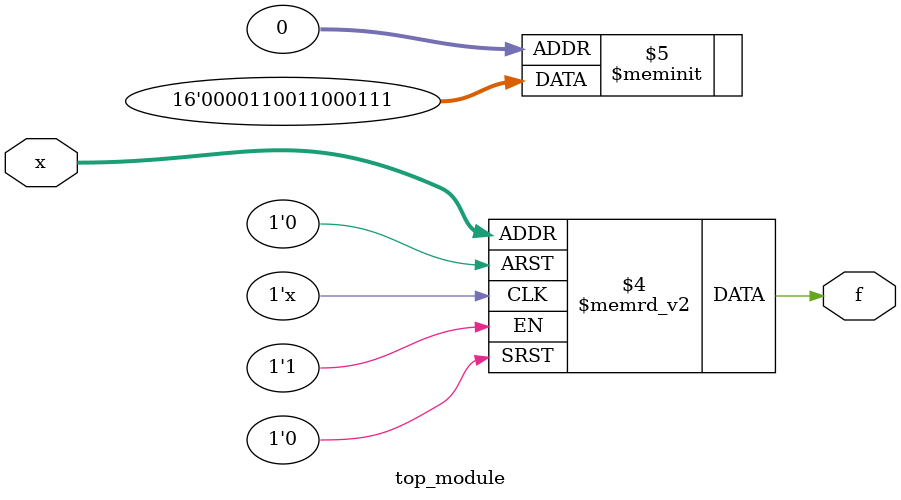
<source format=sv>
module top_module (
    input [4:1] x,
    output logic f
);

always_comb begin
    case ({x[4:3], x[2:1]})
        4'b0000: f = 1'b1;
        4'b0001: f = 1'b1;
        4'b0011: f = 1'b0;
        4'b0010: f = 1'b1;
        4'b0110: f = 1'b1;
        4'b0111: f = 1'b1;
        4'b1011: f = 1'b1;
        4'b1010: f = 1'b1;
        default: f = 1'b0;
    endcase
end

endmodule

</source>
